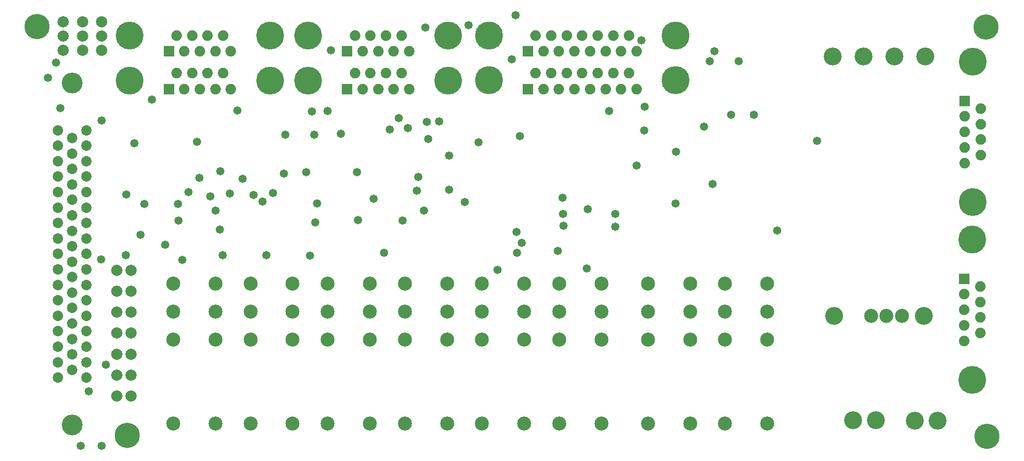
<source format=gbs>
G04*
G04 #@! TF.GenerationSoftware,Altium Limited,Altium Designer,19.0.10 (269)*
G04*
G04 Layer_Color=16711935*
%FSLAX25Y25*%
%MOIN*%
G70*
G01*
G75*
%ADD56C,0.14600*%
%ADD57C,0.07300*%
%ADD58C,0.07453*%
%ADD59R,0.07453X0.07453*%
%ADD60C,0.19540*%
%ADD61C,0.09855*%
%ADD62C,0.12611*%
%ADD63C,0.17729*%
%ADD64C,0.19698*%
%ADD65C,0.07453*%
%ADD66R,0.07453X0.07453*%
%ADD67C,0.07887*%
%ADD68C,0.05800*%
D56*
X269500Y247654D02*
D03*
Y488205D02*
D03*
D57*
X259500Y454858D02*
D03*
X279500D02*
D03*
X259500Y433126D02*
D03*
Y422260D02*
D03*
Y411394D02*
D03*
Y400527D02*
D03*
Y389661D02*
D03*
Y378795D02*
D03*
Y367929D02*
D03*
Y357063D02*
D03*
Y346197D02*
D03*
Y335331D02*
D03*
Y324465D02*
D03*
Y313598D02*
D03*
Y302732D02*
D03*
Y291866D02*
D03*
Y281000D02*
D03*
X269500Y449386D02*
D03*
Y438522D02*
D03*
Y427659D02*
D03*
Y416795D02*
D03*
Y405932D02*
D03*
Y395068D02*
D03*
Y384205D02*
D03*
Y373341D02*
D03*
Y362478D02*
D03*
Y351614D02*
D03*
Y340751D02*
D03*
Y329887D02*
D03*
Y319024D02*
D03*
Y308160D02*
D03*
Y297297D02*
D03*
Y286433D02*
D03*
X279500Y443992D02*
D03*
Y433126D02*
D03*
Y422260D02*
D03*
Y411394D02*
D03*
Y400527D02*
D03*
Y389661D02*
D03*
Y378795D02*
D03*
Y367929D02*
D03*
Y357063D02*
D03*
Y346197D02*
D03*
Y335331D02*
D03*
Y324465D02*
D03*
Y313598D02*
D03*
Y302732D02*
D03*
X259500Y443992D02*
D03*
X279500Y291866D02*
D03*
Y281000D02*
D03*
D58*
X896159Y431882D02*
D03*
X907341Y437335D02*
D03*
X896159Y442787D02*
D03*
X907341Y448240D02*
D03*
X896159Y453693D02*
D03*
X907341Y459146D02*
D03*
X896159Y464598D02*
D03*
X907341Y470051D02*
D03*
X342750Y494900D02*
D03*
X348203Y483719D02*
D03*
X353656Y494900D02*
D03*
X359108Y483719D02*
D03*
X364561Y494900D02*
D03*
X370014Y483719D02*
D03*
X375466Y494900D02*
D03*
X380919Y483719D02*
D03*
Y510319D02*
D03*
X375466Y521500D02*
D03*
X370014Y510319D02*
D03*
X364561Y521500D02*
D03*
X359108Y510319D02*
D03*
X353656Y521500D02*
D03*
X348203Y510319D02*
D03*
X342750Y521500D02*
D03*
X467936Y494900D02*
D03*
X473389Y483719D02*
D03*
X478841Y494900D02*
D03*
X484294Y483719D02*
D03*
X489747Y494900D02*
D03*
X495200Y483719D02*
D03*
X500653Y494900D02*
D03*
X506105Y483719D02*
D03*
Y510319D02*
D03*
X500653Y521500D02*
D03*
X495200Y510319D02*
D03*
X489747Y521500D02*
D03*
X484294Y510319D02*
D03*
X478841Y521500D02*
D03*
X473389Y510319D02*
D03*
X467936Y521500D02*
D03*
X907091Y345051D02*
D03*
X895909Y339598D02*
D03*
X907091Y334146D02*
D03*
X895909Y328693D02*
D03*
X907091Y323240D02*
D03*
X895909Y317787D02*
D03*
X907091Y312335D02*
D03*
X895909Y306882D02*
D03*
D59*
X896159Y475504D02*
D03*
X895909Y350504D02*
D03*
D60*
X901750Y502886D02*
D03*
Y404500D02*
D03*
X408301Y489700D02*
D03*
X309915D02*
D03*
Y521500D02*
D03*
X408301D02*
D03*
X533487Y489700D02*
D03*
X435101D02*
D03*
Y521500D02*
D03*
X533487D02*
D03*
X901500Y279500D02*
D03*
Y377886D02*
D03*
D61*
X841250Y324250D02*
D03*
X830384D02*
D03*
X852077D02*
D03*
X757357Y248695D02*
D03*
X727830D02*
D03*
Y307750D02*
D03*
X757357D02*
D03*
X727830Y327435D02*
D03*
X757357D02*
D03*
X727830Y347120D02*
D03*
X757357D02*
D03*
X641071Y248695D02*
D03*
X611544D02*
D03*
Y307750D02*
D03*
X641071D02*
D03*
X611544Y327435D02*
D03*
X641071D02*
D03*
X611544Y347120D02*
D03*
X641071D02*
D03*
X532643Y248695D02*
D03*
X503115D02*
D03*
Y307750D02*
D03*
X532643D02*
D03*
X503115Y327435D02*
D03*
X532643D02*
D03*
X503115Y347120D02*
D03*
X532643D02*
D03*
X478429Y248695D02*
D03*
X448901D02*
D03*
Y307750D02*
D03*
X478429D02*
D03*
X448901Y327435D02*
D03*
X478429D02*
D03*
X448901Y347120D02*
D03*
X478429D02*
D03*
X424214Y248695D02*
D03*
X394687D02*
D03*
Y307750D02*
D03*
X424214D02*
D03*
X394687Y327435D02*
D03*
X424214D02*
D03*
X394687Y347120D02*
D03*
X424214D02*
D03*
X703286Y248695D02*
D03*
X673758D02*
D03*
Y307750D02*
D03*
X703286D02*
D03*
X673758Y327435D02*
D03*
X703286D02*
D03*
X673758Y347120D02*
D03*
X703286D02*
D03*
X586750Y248695D02*
D03*
X557222D02*
D03*
Y307750D02*
D03*
X586750D02*
D03*
X557222Y327435D02*
D03*
X586750D02*
D03*
X557222Y347120D02*
D03*
X586750D02*
D03*
X370000Y248695D02*
D03*
X340472D02*
D03*
Y307750D02*
D03*
X370000D02*
D03*
X340472Y327435D02*
D03*
X370000D02*
D03*
X340472Y347120D02*
D03*
X370000D02*
D03*
D62*
X867313Y324250D02*
D03*
X804321D02*
D03*
X824990Y506848D02*
D03*
X803337D02*
D03*
X846644D02*
D03*
X868297D02*
D03*
X877000Y250647D02*
D03*
X861000D02*
D03*
X833750Y250895D02*
D03*
X817750D02*
D03*
D63*
X308000Y240250D02*
D03*
X244750Y527750D02*
D03*
X911750Y239613D02*
D03*
X911250Y527250D02*
D03*
D64*
X693181Y490000D02*
D03*
X562000D02*
D03*
Y521500D02*
D03*
X693181D02*
D03*
D65*
X665760Y483700D02*
D03*
X660307Y494900D02*
D03*
X654854Y483700D02*
D03*
X649402Y494900D02*
D03*
X643949Y483700D02*
D03*
X638496Y494900D02*
D03*
X633043Y483700D02*
D03*
X627591Y494900D02*
D03*
X622138Y483700D02*
D03*
X616685Y494900D02*
D03*
X611232Y483700D02*
D03*
X605780Y494900D02*
D03*
X600327Y483700D02*
D03*
X594874Y494900D02*
D03*
Y521500D02*
D03*
X600327Y510319D02*
D03*
X605780Y521500D02*
D03*
X611232Y510319D02*
D03*
X616685Y521500D02*
D03*
X622138Y510319D02*
D03*
X627591Y521500D02*
D03*
X633043Y510319D02*
D03*
X638496Y521500D02*
D03*
X643949Y510319D02*
D03*
X649402Y521500D02*
D03*
X654854Y510319D02*
D03*
X660307Y521500D02*
D03*
X665760Y510319D02*
D03*
D66*
X589421Y483700D02*
D03*
Y510319D02*
D03*
X337297Y483719D02*
D03*
Y510319D02*
D03*
X462483Y483719D02*
D03*
Y510319D02*
D03*
D67*
X290000Y531000D02*
D03*
Y521000D02*
D03*
Y511000D02*
D03*
X276625Y531000D02*
D03*
Y521000D02*
D03*
Y511000D02*
D03*
X263250Y531000D02*
D03*
Y521000D02*
D03*
Y511000D02*
D03*
X310750Y356500D02*
D03*
X300750D02*
D03*
X310750Y341750D02*
D03*
X300750D02*
D03*
X310750Y327000D02*
D03*
X300750D02*
D03*
Y312250D02*
D03*
X310750D02*
D03*
Y297500D02*
D03*
X300750D02*
D03*
Y282750D02*
D03*
X310750D02*
D03*
Y268000D02*
D03*
X300750D02*
D03*
D68*
X252495Y491814D02*
D03*
X261200Y470250D02*
D03*
X527000Y461000D02*
D03*
X275500Y233000D02*
D03*
X290250D02*
D03*
X281000Y271500D02*
D03*
X290250Y461750D02*
D03*
X289750Y364200D02*
D03*
X433750Y425333D02*
D03*
X630887Y357750D02*
D03*
X519429Y448815D02*
D03*
X448750Y468429D02*
D03*
X357000Y446750D02*
D03*
X385500Y468750D02*
D03*
X437750Y467920D02*
D03*
X458000Y452500D02*
D03*
X439500Y451750D02*
D03*
X419000D02*
D03*
X358750Y421250D02*
D03*
X396862Y409500D02*
D03*
X581614Y368642D02*
D03*
X585000Y375750D02*
D03*
X581436Y383500D02*
D03*
X501594Y391500D02*
D03*
X334750Y374500D02*
D03*
X346665Y363840D02*
D03*
X511500Y412500D02*
D03*
X293000Y290000D02*
D03*
X693500Y439750D02*
D03*
X580774Y535750D02*
D03*
X403000Y404750D02*
D03*
X488500Y368750D02*
D03*
X554610Y446250D02*
D03*
X469500Y425250D02*
D03*
X440000Y390000D02*
D03*
X451253Y511000D02*
D03*
X646500Y468500D02*
D03*
X578051Y504551D02*
D03*
X518414Y460750D02*
D03*
X498750Y463500D02*
D03*
X764500Y384250D02*
D03*
X517500Y527200D02*
D03*
X583626Y450750D02*
D03*
X610500Y370092D02*
D03*
X512327Y422000D02*
D03*
X492500Y455500D02*
D03*
X258250Y502250D02*
D03*
X650914Y387000D02*
D03*
X719000Y417000D02*
D03*
X732000Y465750D02*
D03*
X748000D02*
D03*
X713000Y457250D02*
D03*
X792300Y447500D02*
D03*
X737500Y503500D02*
D03*
X547750Y528670D02*
D03*
X344250Y391500D02*
D03*
X325500Y476250D02*
D03*
X716979Y503500D02*
D03*
X669000Y518000D02*
D03*
X516500Y398500D02*
D03*
X614435Y387750D02*
D03*
X650700Y396000D02*
D03*
X693028Y403500D02*
D03*
X720500Y510319D02*
D03*
X631500Y399240D02*
D03*
X613750Y407550D02*
D03*
X568000Y356750D02*
D03*
X307500Y409750D02*
D03*
X317388Y381500D02*
D03*
X313250Y445750D02*
D03*
X671500Y471500D02*
D03*
X671250Y454858D02*
D03*
X544950Y404250D02*
D03*
X614250Y396000D02*
D03*
X665876Y430126D02*
D03*
X373000Y385000D02*
D03*
X320250Y403000D02*
D03*
X343750D02*
D03*
X436401Y366821D02*
D03*
X441401Y403321D02*
D03*
X389000Y420750D02*
D03*
X307000Y367000D02*
D03*
X534000Y413000D02*
D03*
X534150Y437150D02*
D03*
X505000Y456250D02*
D03*
X370000Y398500D02*
D03*
X366374Y408406D02*
D03*
X470000Y391750D02*
D03*
X418000Y424250D02*
D03*
X373500Y426000D02*
D03*
X351142Y411250D02*
D03*
X481250Y406675D02*
D03*
X410375Y410793D02*
D03*
X380250Y410500D02*
D03*
X405875Y367043D02*
D03*
X375000Y367000D02*
D03*
M02*

</source>
